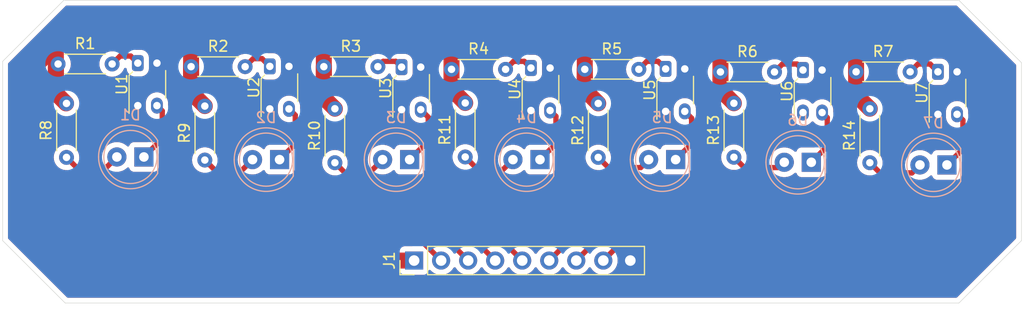
<source format=kicad_pcb>
(kicad_pcb (version 20240108) (generator "pcbnew") (generator_version "8.0")
  (layers (0 "F.Cu" signal) (31 "B.Cu" signal) (34 "B.Paste" user) (35 "F.Paste" user) (36 "B.SilkS" user "B.Silkscreen") (37 "F.SilkS" user "F.Silkscreen") (38 "B.Mask" user) (39 "F.Mask" user) (44 "Edge.Cuts" user))
  (net 0 "")
  (net 1 "Net-(D1-K)")
  (net 2 "A0")
  (net 3 "A1")
  (net 4 "Net-(D2-K)")
  (net 5 "Net-(D3-K)")
  (net 6 "A2")
  (net 7 "A3")
  (net 8 "Net-(D4-K)")
  (net 9 "A4")
  (net 10 "Net-(D5-K)")
  (net 11 "Net-(D6-K)")
  (net 12 "A5")
  (net 13 "A6")
  (net 14 "Net-(D7-K)")
  (net 15 "GND")
  (net 16 "VCC")
  (net 17 "Net-(U6-A)")
  (net 18 "Net-(U1-A)")
  (net 19 "Net-(U2-A)")
  (net 20 "Net-(U3-A)")
  (net 21 "Net-(U4-A)")
  (net 22 "Net-(U5-A)")
  (net 23 "Net-(U7-A)")
  (footprint "OptoDevice:OnSemi_CASE100AQ" (layer "F.Cu") (at 117.399999 61.876664)
    (property "Reference" "U4" (at -1.5 2 90) (layer "F.SilkS"))
    (property "Value" "QRE1113")
    (fp_line (start -0.82 1.15) (end -0.82 4.73) (stroke (width 0.12)) (layer "F.SilkS"))
    (fp_line (start -0.49 0.82) (end -0.82 1.15) (stroke (width 0.12)) (layer "F.SilkS"))
    (fp_line (start 2.62 3.3) (end 2.62 0.7) (stroke (width 0.12)) (layer "F.SilkS"))
    (pad "1" thru_hole roundrect (at 0 0) (size 1.1 1.5) (drill 0.7) (layers "*.Cu" "*.Mask") (net 21 "Net-(U4-A)"))
    (pad "2" thru_hole oval (at 0 4) (size 1.1 1.5) (drill 0.7) (layers "*.Cu" "*.Mask") (net 15 "GND"))
    (pad "3" thru_hole oval (at 1.8 4) (size 1.1 1.5) (drill 0.7) (layers "*.Cu" "*.Mask") (net 8 "Net-(D4-K)"))
    (pad "4" thru_hole oval (at 1.8 0) (size 1.1 1.5) (drill 0.7) (layers "*.Cu" "*.Mask") (net 15 "GND"))
  )
  (footprint "Resistor_THT:R_Axial_DIN0204_L3.6mm_D1.6mm_P5.08mm_Horizontal" (layer "F.Cu") (at 98.975 70.79 90)
    (property "Reference" "R10" (at 2.54 -1.92 -90) (layer "F.SilkS"))
    (property "Value" "R")
    (fp_line (start 0.62 -0.92) (end 4.46 -0.92) (stroke (width 0.12)) (layer "F.SilkS"))
    (fp_line (start 0.62 0.92) (end 4.46 0.92) (stroke (width 0.12)) (layer "F.SilkS"))
    (pad "1" thru_hole circle (at 0 0 90) (size 1.4 1.4) (drill 0.7) (layers "*.Cu" "*.Mask") (net 6 "A2"))
    (pad "2" thru_hole oval (at 5.079999 0 90) (size 1.4 1.4) (drill 0.7) (layers "*.Cu" "*.Mask") (net 16 "VCC"))
  )
  (footprint "Resistor_THT:R_Axial_DIN0204_L3.6mm_D1.6mm_P5.08mm_Horizontal" (layer "F.Cu") (at 111.225 70.25 90)
    (property "Reference" "R11" (at 2.54 -1.92 -90) (layer "F.SilkS"))
    (property "Value" "R")
    (fp_line (start 0.62 -0.92) (end 4.46 -0.92) (stroke (width 0.12)) (layer "F.SilkS"))
    (fp_line (start 0.62 0.92) (end 4.46 0.92) (stroke (width 0.12)) (layer "F.SilkS"))
    (pad "1" thru_hole circle (at 0 0 90) (size 1.4 1.4) (drill 0.7) (layers "*.Cu" "*.Mask") (net 7 "A3"))
    (pad "2" thru_hole oval (at 5.079999 0 90) (size 1.4 1.4) (drill 0.7) (layers "*.Cu" "*.Mask") (net 16 "VCC"))
  )
  (footprint "OptoDevice:OnSemi_CASE100AQ" (layer "F.Cu") (at 80.45 61.416666)
    (property "Reference" "U1" (at -1.5 2 90) (layer "F.SilkS"))
    (property "Value" "QRE1113")
    (fp_line (start -0.82 1.15) (end -0.82 4.73) (stroke (width 0.12)) (layer "F.SilkS"))
    (fp_line (start -0.49 0.82) (end -0.82 1.15) (stroke (width 0.12)) (layer "F.SilkS"))
    (fp_line (start 2.62 3.3) (end 2.62 0.7) (stroke (width 0.12)) (layer "F.SilkS"))
    (pad "1" thru_hole roundrect (at 0 0) (size 1.1 1.5) (drill 0.7) (layers "*.Cu" "*.Mask") (net 18 "Net-(U1-A)"))
    (pad "2" thru_hole oval (at 0 4) (size 1.1 1.5) (drill 0.7) (layers "*.Cu" "*.Mask") (net 15 "GND"))
    (pad "3" thru_hole oval (at 1.8 4) (size 1.1 1.5) (drill 0.7) (layers "*.Cu" "*.Mask") (net 1 "Net-(D1-K)"))
    (pad "4" thru_hole oval (at 1.8 0) (size 1.1 1.5) (drill 0.7) (layers "*.Cu" "*.Mask") (net 15 "GND"))
  )
  (footprint "Resistor_THT:R_Axial_DIN0204_L3.6mm_D1.6mm_P5.08mm_Horizontal" (layer "F.Cu") (at 109.935 62)
    (property "Reference" "R4" (at 2.54 -1.92 0) (layer "F.SilkS"))
    (property "Value" "R")
    (fp_line (start 0.62 -0.92) (end 4.46 -0.92) (stroke (width 0.12)) (layer "F.SilkS"))
    (fp_line (start 0.62 0.92) (end 4.46 0.92) (stroke (width 0.12)) (layer "F.SilkS"))
    (pad "1" thru_hole circle (at 0 0) (size 1.4 1.4) (drill 0.7) (layers "*.Cu" "*.Mask") (net 16 "VCC"))
    (pad "2" thru_hole oval (at 5.08 0) (size 1.4 1.4) (drill 0.7) (layers "*.Cu" "*.Mask") (net 21 "Net-(U4-A)"))
  )
  (footprint "Resistor_THT:R_Axial_DIN0204_L3.6mm_D1.6mm_P5.08mm_Horizontal" (layer "F.Cu") (at 85.46 61.75)
    (property "Reference" "R2" (at 2.54 -1.92 0) (layer "F.SilkS"))
    (property "Value" "R")
    (fp_line (start 0.62 -0.92) (end 4.46 -0.92) (stroke (width 0.12)) (layer "F.SilkS"))
    (fp_line (start 0.62 0.92) (end 4.46 0.92) (stroke (width 0.12)) (layer "F.SilkS"))
    (pad "1" thru_hole circle (at 0 0) (size 1.4 1.4) (drill 0.7) (layers "*.Cu" "*.Mask") (net 16 "VCC"))
    (pad "2" thru_hole oval (at 5.08 0) (size 1.4 1.4) (drill 0.7) (layers "*.Cu" "*.Mask") (net 19 "Net-(U2-A)"))
  )
  (footprint "Resistor_THT:R_Axial_DIN0204_L3.6mm_D1.6mm_P5.08mm_Horizontal" (layer "F.Cu") (at 136.475 70.275 90)
    (property "Reference" "R13" (at 2.54 -1.92 -90) (layer "F.SilkS"))
    (property "Value" "R")
    (fp_line (start 0.62 -0.92) (end 4.46 -0.92) (stroke (width 0.12)) (layer "F.SilkS"))
    (fp_line (start 0.62 0.92) (end 4.46 0.92) (stroke (width 0.12)) (layer "F.SilkS"))
    (pad "1" thru_hole circle (at 0 0 90) (size 1.4 1.4) (drill 0.7) (layers "*.Cu" "*.Mask") (net 12 "A5"))
    (pad "2" thru_hole oval (at 5.079999 0 90) (size 1.4 1.4) (drill 0.7) (layers "*.Cu" "*.Mask") (net 16 "VCC"))
  )
  (footprint "Resistor_THT:R_Axial_DIN0204_L3.6mm_D1.6mm_P5.08mm_Horizontal" (layer "F.Cu") (at 147.96 62.235)
    (property "Reference" "R7" (at 2.54 -1.92 0) (layer "F.SilkS"))
    (property "Value" "R")
    (fp_line (start 0.62 -0.92) (end 4.46 -0.92) (stroke (width 0.12)) (layer "F.SilkS"))
    (fp_line (start 0.62 0.92) (end 4.46 0.92) (stroke (width 0.12)) (layer "F.SilkS"))
    (pad "1" thru_hole circle (at 0 0) (size 1.4 1.4) (drill 0.7) (layers "*.Cu" "*.Mask") (net 16 "VCC"))
    (pad "2" thru_hole oval (at 5.08 0) (size 1.4 1.4) (drill 0.7) (layers "*.Cu" "*.Mask") (net 23 "Net-(U7-A)"))
  )
  (footprint "Resistor_THT:R_Axial_DIN0204_L3.6mm_D1.6mm_P5.08mm_Horizontal" (layer "F.Cu") (at 72.96 61.5)
    (property "Reference" "R1" (at 2.54 -1.92 0) (layer "F.SilkS"))
    (property "Value" "R")
    (fp_line (start 0.62 -0.92) (end 4.46 -0.92) (stroke (width 0.12)) (layer "F.SilkS"))
    (fp_line (start 0.62 0.92) (end 4.46 0.92) (stroke (width 0.12)) (layer "F.SilkS"))
    (pad "1" thru_hole circle (at 0 0) (size 1.4 1.4) (drill 0.7) (layers "*.Cu" "*.Mask") (net 16 "VCC"))
    (pad "2" thru_hole oval (at 5.08 0) (size 1.4 1.4) (drill 0.7) (layers "*.Cu" "*.Mask") (net 18 "Net-(U1-A)"))
  )
  (footprint "OptoDevice:OnSemi_CASE100AQ" (layer "F.Cu") (at 105.241666 61.793332)
    (property "Reference" "U3" (at -1.5 2 90) (layer "F.SilkS"))
    (property "Value" "QRE1113")
    (fp_line (start -0.82 1.15) (end -0.82 4.73) (stroke (width 0.12)) (layer "F.SilkS"))
    (fp_line (start -0.49 0.82) (end -0.82 1.15) (stroke (width 0.12)) (layer "F.SilkS"))
    (fp_line (start 2.62 3.3) (end 2.62 0.7) (stroke (width 0.12)) (layer "F.SilkS"))
    (pad "1" thru_hole roundrect (at 0 0) (size 1.1 1.5) (drill 0.7) (layers "*.Cu" "*.Mask") (net 20 "Net-(U3-A)"))
    (pad "2" thru_hole oval (at 0 4) (size 1.1 1.5) (drill 0.7) (layers "*.Cu" "*.Mask") (net 15 "GND"))
    (pad "3" thru_hole oval (at 1.8 4) (size 1.1 1.5) (drill 0.7) (layers "*.Cu" "*.Mask") (net 5 "Net-(D3-K)"))
    (pad "4" thru_hole oval (at 1.8 0) (size 1.1 1.5) (drill 0.7) (layers "*.Cu" "*.Mask") (net 15 "GND"))
  )
  (footprint "OptoDevice:OnSemi_CASE100AQ" (layer "F.Cu") (at 92.858333 61.725)
    (property "Reference" "U2" (at -1.5 2 90) (layer "F.SilkS"))
    (property "Value" "QRE1113")
    (fp_line (start -0.82 1.15) (end -0.82 4.73) (stroke (width 0.12)) (layer "F.SilkS"))
    (fp_line (start -0.49 0.82) (end -0.82 1.15) (stroke (width 0.12)) (layer "F.SilkS"))
    (fp_line (start 2.62 3.3) (end 2.62 0.7) (stroke (width 0.12)) (layer "F.SilkS"))
    (pad "1" thru_hole roundrect (at 0 0) (size 1.1 1.5) (drill 0.7) (layers "*.Cu" "*.Mask") (net 19 "Net-(U2-A)"))
    (pad "2" thru_hole oval (at 0 4) (size 1.1 1.5) (drill 0.7) (layers "*.Cu" "*.Mask") (net 15 "GND"))
    (pad "3" thru_hole oval (at 1.8 4) (size 1.1 1.5) (drill 0.7) (layers "*.Cu" "*.Mask") (net 4 "Net-(D2-K)"))
    (pad "4" thru_hole oval (at 1.8 0) (size 1.1 1.5) (drill 0.7) (layers "*.Cu" "*.Mask") (net 15 "GND"))
  )
  (footprint "Resistor_THT:R_Axial_DIN0204_L3.6mm_D1.6mm_P5.08mm_Horizontal" (layer "F.Cu") (at 122.46 62)
    (property "Reference" "R5" (at 2.54 -1.92 0) (layer "F.SilkS"))
    (property "Value" "R")
    (fp_line (start 0.62 -0.92) (end 4.46 -0.92) (stroke (width 0.12)) (layer "F.SilkS"))
    (fp_line (start 0.62 0.92) (end 4.46 0.92) (stroke (width 0.12)) (layer "F.SilkS"))
    (pad "1" thru_hole circle (at 0 0) (size 1.4 1.4) (drill 0.7) (layers "*.Cu" "*.Mask") (net 16 "VCC"))
    (pad "2" thru_hole oval (at 5.08 0) (size 1.4 1.4) (drill 0.7) (layers "*.Cu" "*.Mask") (net 22 "Net-(U5-A)"))
  )
  (footprint "Resistor_THT:R_Axial_DIN0204_L3.6mm_D1.6mm_P5.08mm_Horizontal" (layer "F.Cu") (at 123.725 70.29 90)
    (property "Reference" "R12" (at 2.54 -1.92 -90) (layer "F.SilkS"))
    (property "Value" "R")
    (fp_line (start 0.62 -0.92) (end 4.46 -0.92) (stroke (width 0.12)) (layer "F.SilkS"))
    (fp_line (start 0.62 0.92) (end 4.46 0.92) (stroke (width 0.12)) (layer "F.SilkS"))
    (pad "1" thru_hole circle (at 0 0 90) (size 1.4 1.4) (drill 0.7) (layers "*.Cu" "*.Mask") (net 9 "A4"))
    (pad "2" thru_hole oval (at 5.079999 0 90) (size 1.4 1.4) (drill 0.7) (layers "*.Cu" "*.Mask") (net 16 "VCC"))
  )
  (footprint "Resistor_THT:R_Axial_DIN0204_L3.6mm_D1.6mm_P5.08mm_Horizontal" (layer "F.Cu") (at 86.75 70.54 90)
    (property "Reference" "R9" (at 2.54 -1.92 -90) (layer "F.SilkS"))
    (property "Value" "R")
    (fp_line (start 0.62 -0.92) (end 4.46 -0.92) (stroke (width 0.12)) (layer "F.SilkS"))
    (fp_line (start 0.62 0.92) (end 4.46 0.92) (stroke (width 0.12)) (layer "F.SilkS"))
    (pad "1" thru_hole circle (at 0 0 90) (size 1.4 1.4) (drill 0.7) (layers "*.Cu" "*.Mask") (net 3 "A1"))
    (pad "2" thru_hole oval (at 5.079999 0 90) (size 1.4 1.4) (drill 0.7) (layers "*.Cu" "*.Mask") (net 16 "VCC"))
  )
  (footprint "Connector_PinHeader_2.54mm:PinHeader_1x09_P2.54mm_Vertical" (layer "F.Cu") (at 106.420001 80 90)
    (property "Reference" "J1" (at 0 -2.33 -90) (layer "F.SilkS"))
    (property "Value" "Conn_01x09_Pin")
    (fp_line (start -1.33 -1.33) (end 0 -1.33) (stroke (width 0.12)) (layer "F.SilkS"))
    (fp_line (start -1.33 0) (end -1.33 -1.33) (stroke (width 0.12)) (layer "F.SilkS"))
    (fp_line (start 1.33 1.270001) (end 1.33 21.65) (stroke (width 0.12)) (layer "F.SilkS"))
    (fp_line (start -1.33 1.270001) (end 1.33 1.270001) (stroke (width 0.12)) (layer "F.SilkS"))
    (fp_line (start -1.33 1.270001) (end -1.33 21.65) (stroke (width 0.12)) (layer "F.SilkS"))
    (fp_line (start -1.33 21.65) (end 1.33 21.65) (stroke (width 0.12)) (layer "F.SilkS"))
    (pad "1" thru_hole rect (at 0 0 90) (size 1.7 1.7) (drill 1) (layers "*.Cu" "*.Mask") (net 16 "VCC"))
    (pad "2" thru_hole oval (at 0 2.54 90) (size 1.7 1.7) (drill 1) (layers "*.Cu" "*.Mask") (net 2 "A0"))
    (pad "3" thru_hole oval (at 0 5.079999 90) (size 1.7 1.7) (drill 1) (layers "*.Cu" "*.Mask") (net 3 "A1"))
    (pad "4" thru_hole oval (at 0 7.62 90) (size 1.7 1.7) (drill 1) (layers "*.Cu" "*.Mask") (net 6 "A2"))
    (pad "5" thru_hole oval (at 0 10.16 90) (size 1.7 1.7) (drill 1) (layers "*.Cu" "*.Mask") (net 7 "A3"))
    (pad "6" thru_hole oval (at 0 12.7 90) (size 1.7 1.7) (drill 1) (layers "*.Cu" "*.Mask") (net 9 "A4"))
    (pad "7" thru_hole oval (at 0 15.24 90) (size 1.7 1.7) (drill 1) (layers "*.Cu" "*.Mask") (net 12 "A5"))
    (pad "8" thru_hole oval (at 0 17.780001 90) (size 1.7 1.7) (drill 1) (layers "*.Cu" "*.Mask") (net 13 "A6"))
    (pad "9" thru_hole oval (at 0 20.32 90) (size 1.7 1.7) (drill 1) (layers "*.Cu" "*.Mask") (net 15 "GND"))
  )
  (footprint "Resistor_THT:R_Axial_DIN0204_L3.6mm_D1.6mm_P5.08mm_Horizontal" (layer "F.Cu") (at 73.75 70.29 90)
    (property "Reference" "R8" (at 2.54 -1.92 -90) (layer "F.SilkS"))
    (property "Value" "R")
    (fp_line (start 0.62 -0.92) (end 4.46 -0.92) (stroke (width 0.12)) (layer "F.SilkS"))
    (fp_line (start 0.62 0.92) (end 4.46 0.92) (stroke (width 0.12)) (layer "F.SilkS"))
    (pad "1" thru_hole circle (at 0 0 90) (size 1.4 1.4) (drill 0.7) (layers "*.Cu" "*.Mask") (net 2 "A0"))
    (pad "2" thru_hole oval (at 5.079999 0 90) (size 1.4 1.4) (drill 0.7) (layers "*.Cu" "*.Mask") (net 16 "VCC"))
  )
  (footprint "Resistor_THT:R_Axial_DIN0204_L3.6mm_D1.6mm_P5.08mm_Horizontal" (layer "F.Cu") (at 135.21 62.25)
    (property "Reference" "R6" (at 2.54 -1.92 0) (layer "F.SilkS"))
    (property "Value" "R")
    (fp_line (start 0.62 -0.92) (end 4.46 -0.92) (stroke (width 0.12)) (layer "F.SilkS"))
    (fp_line (start 0.62 0.92) (end 4.46 0.92) (stroke (width 0.12)) (layer "F.SilkS"))
    (pad "1" thru_hole circle (at 0 0) (size 1.4 1.4) (drill 0.7) (layers "*.Cu" "*.Mask") (net 16 "VCC"))
    (pad "2" thru_hole oval (at 5.08 0) (size 1.4 1.4) (drill 0.7) (layers "*.Cu" "*.Mask") (net 17 "Net-(U6-A)"))
  )
  (footprint "OptoDevice:OnSemi_CASE100AQ" (layer "F.Cu") (at 142.966665 62.06833)
    (property "Reference" "U6" (at -1.5 2 90) (layer "F.SilkS"))
    (property "Value" "QRE1113")
    (fp_line (start -0.82 1.15) (end -0.82 4.73) (stroke (width 0.12)) (layer "F.SilkS"))
    (fp_line (start -0.49 0.82) (end -0.82 1.15) (stroke (width 0.12)) (layer "F.SilkS"))
    (fp_line (start 2.62 3.3) (end 2.62 0.7) (stroke (width 0.12)) (layer "F.SilkS"))
    (pad "1" thru_hole roundrect (at 0 0) (size 1.1 1.5) (drill 0.7) (layers "*.Cu" "*.Mask") (net 17 "Net-(U6-A)"))
    (pad "2" thru_hole oval (at 0 4) (size 1.1 1.5) (drill 0.7) (layers "*.Cu" "*.Mask"))
    (pad "3" thru_hole oval (at 1.8 4) (size 1.1 1.5) (drill 0.7) (layers "*.Cu" "*.Mask") (net 11 "Net-(D6-K)"))
    (pad "4" thru_hole oval (at 1.8 0) (size 1.1 1.5) (drill 0.7) (layers "*.Cu" "*.Mask") (net 15 "GND"))
  )
  (footprint "OptoDevice:OnSemi_CASE100AQ" (layer "F.Cu") (at 130.058332 61.959998)
    (property "Reference" "U5" (at -1.5 2 90) (layer "F.SilkS"))
    (property "Value" "QRE1113")
    (fp_line (start -0.82 1.15) (end -0.82 4.73) (stroke (width 0.12)) (layer "F.SilkS"))
    (fp_line (start -0.49 0.82) (end -0.82 1.15) (stroke (width 0.12)) (layer "F.SilkS"))
    (fp_line (start 2.62 3.3) (end 2.62 0.7) (stroke (width 0.12)) (layer "F.SilkS"))
    (pad "1" thru_hole roundrect (at 0 0) (size 1.1 1.5) (drill 0.7) (layers "*.Cu" "*.Mask") (net 22 "Net-(U5-A)"))
    (pad "2" thru_hole oval (at 0 4) (size 1.1 1.5) (drill 0.7) (layers "*.Cu" "*.Mask") (net 15 "GND"))
    (pad "3" thru_hole oval (at 1.8 4) (size 1.1 1.5) (drill 0.7) (layers "*.Cu" "*.Mask") (net 10 "Net-(D5-K)"))
    (pad "4" thru_hole oval (at 1.8 0) (size 1.1 1.5) (drill 0.7) (layers "*.Cu" "*.Mask") (net 15 "GND"))
  )
  (footprint "Resistor_THT:R_Axial_DIN0204_L3.6mm_D1.6mm_P5.08mm_Horizontal" (layer "F.Cu") (at 97.935 61.75)
    (property "Reference" "R3" (at 2.54 -1.92 0) (layer "F.SilkS"))
    (property "Value" "R")
    (fp_line (start 0.62 -0.92) (end 4.46 -0.92) (stroke (width 0.12)) (layer "F.SilkS"))
    (fp_line (start 0.62 0.92) (end 4.46 0.92) (stroke (width 0.12)) (layer "F.SilkS"))
    (pad "1" thru_hole circle (at 0 0) (size 1.4 1.4) (drill 0.7) (layers "*.Cu" "*.Mask") (net 16 "VCC"))
    (pad "2" thru_hole oval (at 5.08 0) (size 1.4 1.4) (drill 0.7) (layers "*.Cu" "*.Mask") (net 20 "Net-(U3-A)"))
  )
  (footprint "OptoDevice:OnSemi_CASE100AQ" (layer "F.Cu") (at 155.65 62.234996)
    (property "Reference" "U7" (at -1.5 2 90) (layer "F.SilkS"))
    (property "Value" "QRE1113")
    (fp_line (start -0.82 1.15) (end -0.82 4.73) (stroke (width 0.12)) (layer "F.SilkS"))
    (fp_line (start -0.49 0.82) (end -0.82 1.15) (stroke (width 0.12)) (layer "F.SilkS"))
    (fp_line (start 2.62 3.3) (end 2.62 0.7) (stroke (width 0.12)) (layer "F.SilkS"))
    (pad "1" thru_hole roundrect (at 0 0) (size 1.1 1.5) (drill 0.7) (layers "*.Cu" "*.Mask") (net 23 "Net-(U7-A)"))
    (pad "2" thru_hole oval (at 0 4) (size 1.1 1.5) (drill 0.7) (layers "*.Cu" "*.Mask") (net 15 "GND"))
    (pad "3" thru_hole oval (at 1.8 4) (size 1.1 1.5) (drill 0.7) (layers "*.Cu" "*.Mask") (net 14 "Net-(D7-K)"))
    (pad "4" thru_hole oval (at 1.8 0) (size 1.1 1.5) (drill 0.7) (layers "*.Cu" "*.Mask") (net 15 "GND"))
  )
  (footprint "Resistor_THT:R_Axial_DIN0204_L3.6mm_D1.6mm_P5.08mm_Horizontal" (layer "F.Cu") (at 149.25 70.79 90)
    (property "Reference" "R14" (at 2.54 -1.92 -90) (layer "F.SilkS"))
    (property "Value" "R")
    (fp_line (start 0.62 -0.92) (end 4.46 -0.92) (stroke (width 0.12)) (layer "F.SilkS"))
    (fp_line (start 0.62 0.92) (end 4.46 0.92) (stroke (width 0.12)) (layer "F.SilkS"))
    (pad "1" thru_hole circle (at 0 0 90) (size 1.4 1.4) (drill 0.7) (layers "*.Cu" "*.Mask") (net 13 "A6"))
    (pad "2" thru_hole oval (at 5.079999 0 90) (size 1.4 1.4) (drill 0.7) (layers "*.Cu" "*.Mask") (net 16 "VCC"))
  )
  (footprint "LED_THT:LED_D5.0mm" (layer "B.Cu") (at 81.025 70.25 180)
    (property "Reference" "D1" (at 1.27 3.96 180) (layer "B.SilkS") (effects (justify mirror)))
    (property "Value" "LED")
    (fp_line (start -1.29 -1.545) (end -1.29 1.545) (stroke (width 0.12)) (layer "B.SilkS"))
    (fp_arc (start 4.26 -0.000462) (mid 2.072002 2.880432) (end -1.29 1.54483) (stroke (width 0.12)) (layer "B.SilkS"))
    (fp_arc (start -1.29 -1.54483) (mid 2.072003 -2.880434) (end 4.26 0.000462) (stroke (width 0.12)) (layer "B.SilkS"))
    (fp_circle (center 1.270001 0) (end 3.770001 0) (stroke (width 0.12)) (fill none) (layer "B.SilkS"))
    (pad "1" thru_hole rect (at 0 0 180) (size 1.8 1.8) (drill 0.9) (layers "*.Cu" "*.Mask") (net 1 "Net-(D1-K)"))
    (pad "2" thru_hole circle (at 2.54 0 180) (size 1.8 1.8) (drill 0.9) (layers "*.Cu" "*.Mask") (net 2 "A0"))
  )
  (footprint "LED_THT:LED_D5.0mm" (layer "B.Cu") (at 106 70.5 180)
    (property "Reference" "D3" (at 1.27 3.96 180) (layer "B.SilkS") (effects (justify mirror)))
    (property "Value" "LED")
    (fp_line (start -1.29 -1.545) (end -1.29 1.545) (stroke (width 0.12)) (layer "B.SilkS"))
    (fp_arc (start 4.26 -0.000462) (mid 2.072002 2.880432) (end -1.29 1.54483) (stroke (width 0.12)) (layer "B.SilkS"))
    (fp_arc (start -1.29 -1.54483) (mid 2.072003 -2.880434) (end 4.26 0.000462) (stroke (width 0.12)) (layer "B.SilkS"))
    (fp_circle (center 1.270001 0) (end 3.770001 0) (stroke (width 0.12)) (fill none) (layer "B.SilkS"))
    (pad "1" thru_hole rect (at 0 0 180) (size 1.8 1.8) (drill 0.9) (layers "*.Cu" "*.Mask") (net 5 "Net-(D3-K)"))
    (pad "2" thru_hole circle (at 2.54 0 180) (size 1.8 1.8) (drill 0.9) (layers "*.Cu" "*.Mask") (net 6 "A2"))
  )
  (footprint "LED_THT:LED_D5.0mm" (layer "B.Cu") (at 156.5 71 180)
    (property "Reference" "D7" (at 1.27 3.96 180) (layer "B.SilkS") (effects (justify mirror)))
    (property "Value" "LED")
    (fp_line (start -1.29 -1.545) (end -1.29 1.545) (stroke (width 0.12)) (layer "B.SilkS"))
    (fp_arc (start 4.26 -0.000462) (mid 2.072002 2.880432) (end -1.29 1.54483) (stroke (width 0.12)) (layer "B.SilkS"))
    (fp_arc (start -1.29 -1.54483) (mid 2.072003 -2.880434) (end 4.26 0.000462) (stroke (width 0.12)) (layer "B.SilkS"))
    (fp_circle (center 1.270001 0) (end 3.770001 0) (stroke (width 0.12)) (fill none) (layer "B.SilkS"))
    (pad "1" thru_hole rect (at 0 0 180) (size 1.8 1.8) (drill 0.9) (layers "*.Cu" "*.Mask") (net 14 "Net-(D7-K)"))
    (pad "2" thru_hole circle (at 2.54 0 180) (size 1.8 1.8) (drill 0.9) (layers "*.Cu" "*.Mask") (net 13 "A6"))
  )
  (footprint "LED_THT:LED_D5.0mm" (layer "B.Cu") (at 93.775 70.5 180)
    (property "Reference" "D2" (at 1.27 3.96 180) (layer "B.SilkS") (effects (justify mirror)))
    (property "Value" "LED")
    (fp_line (start -1.29 -1.545) (end -1.29 1.545) (stroke (width 0.12)) (layer "B.SilkS"))
    (fp_arc (start 4.26 -0.000462) (mid 2.072002 2.880432) (end -1.29 1.54483) (stroke (width 0.12)) (layer "B.SilkS"))
    (fp_arc (start -1.29 -1.54483) (mid 2.072003 -2.880434) (end 4.26 0.000462) (stroke (width 0.12)) (layer "B.SilkS"))
    (fp_circle (center 1.270001 0) (end 3.770001 0) (stroke (width 0.12)) (fill none) (layer "B.SilkS"))
    (pad "1" thru_hole rect (at 0 0 180) (size 1.8 1.8) (drill 0.9) (layers "*.Cu" "*.Mask") (net 4 "Net-(D2-K)"))
    (pad "2" thru_hole circle (at 2.54 0 180) (size 1.8 1.8) (drill 0.9) (layers "*.Cu" "*.Mask") (net 3 "A1"))
  )
  (footprint "LED_THT:LED_D5.0mm" (layer "B.Cu") (at 118.25 70.5 180)
    (property "Reference" "D4" (at 1.27 3.96 180) (layer "B.SilkS") (effects (justify mirror)))
    (property "Value" "LED")
    (fp_line (start -1.29 -1.545) (end -1.29 1.545) (stroke (width 0.12)) (layer "B.SilkS"))
    (fp_arc (start 4.26 -0.000462) (mid 2.072002 2.880432) (end -1.29 1.54483) (stroke (width 0.12)) (layer "B.SilkS"))
    (fp_arc (start -1.29 -1.54483) (mid 2.072003 -2.880434) (end 4.26 0.000462) (stroke (width 0.12)) (layer "B.SilkS"))
    (fp_circle (center 1.270001 0) (end 3.770001 0) (stroke (width 0.12)) (fill none) (layer "B.SilkS"))
    (pad "1" thru_hole rect (at 0 0 180) (size 1.8 1.8) (drill 0.9) (layers "*.Cu" "*.Mask") (net 8 "Net-(D4-K)"))
    (pad "2" thru_hole circle (at 2.54 0 180) (size 1.8 1.8) (drill 0.9) (layers "*.Cu" "*.Mask") (net 7 "A3"))
  )
  (footprint "LED_THT:LED_D5.0mm" (layer "B.Cu") (at 131 70.5 180)
    (property "Reference" "D5" (at 1.27 3.96 180) (layer "B.SilkS") (effects (justify mirror)))
    (property "Value" "LED")
    (fp_line (start -1.29 -1.545) (end -1.29 1.545) (stroke (width 0.12)) (layer "B.SilkS"))
    (fp_arc (start 4.26 -0.000462) (mid 2.072002 2.880432) (end -1.29 1.54483) (stroke (width 0.12)) (layer "B.SilkS"))
    (fp_arc (start -1.29 -1.54483) (mid 2.072003 -2.880434) (end 4.26 0.000462) (stroke (width 0.12)) (layer "B.SilkS"))
    (fp_circle (center 1.270001 0) (end 3.770001 0) (stroke (width 0.12)) (fill none) (layer "B.SilkS"))
    (pad "1" thru_hole rect (at 0 0 180) (size 1.8 1.8) (drill 0.9) (layers "*.Cu" "*.Mask") (net 10 "Net-(D5-K)"))
    (pad "2" thru_hole circle (at 2.54 0 180) (size 1.8 1.8) (drill 0.9) (layers "*.Cu" "*.Mask") (net 9 "A4"))
  )
  (footprint "LED_THT:LED_D5.0mm" (layer "B.Cu") (at 143.75 70.75 180)
    (property "Reference" "D6" (at 1.27 3.96 180) (layer "B.SilkS") (effects (justify mirror)))
    (property "Value" "LED")
    (fp_line (start -1.29 -1.545) (end -1.29 1.545) (stroke (width 0.12)) (layer "B.SilkS"))
    (fp_arc (start 4.26 -0.000462) (mid 2.072002 2.880432) (end -1.29 1.54483) (stroke (width 0.12)) (layer "B.SilkS"))
    (fp_arc (start -1.29 -1.54483) (mid 2.072003 -2.880434) (end 4.26 0.000462) (stroke (width 0.12)) (layer "B.SilkS"))
    (fp_circle (center 1.270001 0) (end 3.770001 0) (stroke (width 0.12)) (fill none) (layer "B.SilkS"))
    (pad "1" thru_hole rect (at 0 0 180) (size 1.8 1.8) (drill 0.9) (layers "*.Cu" "*.Mask") (net 11 "Net-(D6-K)"))
    (pad "2" thru_hole circle (at 2.54 0 180) (size 1.8 1.8) (drill 0.9) (layers "*.Cu" "*.Mask") (net 12 "A5"))
  )
  (gr_line (start 73.5 55.5) (end 157.625 55.5) (stroke (width 0.05)) (layer "Edge.Cuts"))
  (gr_line (start 67.75 61.25) (end 73.5 55.5) (stroke (width 0.05)) (layer "Edge.Cuts"))
  (gr_line (start 73.625 84) (end 157.625 84) (stroke (width 0.05)) (layer "Edge.Cuts"))
  (gr_line (start 163.5 61.375) (end 163.5 78.125) (stroke (width 0.05)) (layer "Edge.Cuts"))
  (gr_line (start 67.75 78.125) (end 67.75 61.25) (stroke (width 0.05)) (layer "Edge.Cuts"))
  (gr_line (start 157.625 55.5) (end 163.5 61.375) (stroke (width 0.05)) (layer "Edge.Cuts"))
  (gr_line (start 157.625 84) (end 163.5 78.125) (stroke (width 0.05)) (layer "Edge.Cuts"))
  (gr_line (start 67.75 78.125) (end 73.625 84) (stroke (width 0.05)) (layer "Edge.Cuts"))
  (segment (start 82.75 65.916666) (end 82.75 68.525) (width 0.5) (layer "F.Cu") (net 1))
  (segment (start 82.75 68.525) (end 81.025 70.25) (width 0.5) (layer "F.Cu") (net 1))
  (segment (start 82.25 65.416666) (end 82.75 65.916666) (width 0.5) (layer "F.Cu") (net 1))
  (segment (start 74.71 71.25) (end 76.5 71.25) (width 0.5) (layer "F.Cu") (net 2))
  (segment (start 76.5 71.25) (end 77.485 71.25) (width 0.5) (layer "F.Cu") (net 2))
  (segment (start 82.5 77.25) (end 76.5 71.25) (width 0.5) (layer "F.Cu") (net 2))
  (segment (start 77.485 71.25) (end 78.485 70.25) (width 0.5) (layer "F.Cu") (net 2))
  (segment (start 73.75 70.29) (end 74.71 71.25) (width 0.5) (layer "F.Cu") (net 2))
  (segment (start 108.960001 80) (end 106.210001 77.25) (width 0.5) (layer "F.Cu") (net 2))
  (segment (start 106.210001 77.25) (end 82.5 77.25) (width 0.5) (layer "F.Cu") (net 2))
  (segment (start 111.5 80) (end 107 75.5) (width 0.5) (layer "F.Cu") (net 3))
  (segment (start 86.75 70.54) (end 87.96 71.75) (width 0.5) (layer "F.Cu") (net 3))
  (segment (start 89 71.75) (end 89.985 71.75) (width 0.5) (layer "F.Cu") (net 3))
  (segment (start 107 75.5) (end 91 75.5) (width 0.5) (layer "F.Cu") (net 3))
  (segment (start 91 73.75) (end 89 71.75) (width 0.5) (layer "F.Cu") (net 3))
  (segment (start 87.96 71.75) (end 89 71.75) (width 0.5) (layer "F.Cu") (net 3))
  (segment (start 89.985 71.75) (end 91.235 70.5) (width 0.5) (layer "F.Cu") (net 3))
  (segment (start 91 75.5) (end 91 73.75) (width 0.5) (layer "F.Cu") (net 3))
  (segment (start 95.25 69.025) (end 93.775 70.5) (width 0.5) (layer "F.Cu") (net 4))
  (segment (start 95.25 66.316667) (end 95.25 69.025) (width 0.5) (layer "F.Cu") (net 4))
  (segment (start 94.658333 65.725) (end 95.25 66.316667) (width 0.5) (layer "F.Cu") (net 4))
  (segment (start 107.75 66.501666) (end 107.75 68.75) (width 0.5) (layer "F.Cu") (net 5))
  (segment (start 107.041666 65.793332) (end 107.75 66.501666) (width 0.5) (layer "F.Cu") (net 5))
  (segment (start 107.75 68.75) (end 106 70.5) (width 0.5) (layer "F.Cu") (net 5))
  (segment (start 99.935 71.75) (end 101.25 71.75) (width 0.5) (layer "F.Cu") (net 6))
  (segment (start 102.5 73.75) (end 101.25 72.5) (width 0.5) (layer "F.Cu") (net 6))
  (segment (start 101.25 71.75) (end 102.21 71.75) (width 0.5) (layer "F.Cu") (net 6))
  (segment (start 107.790001 73.75) (end 102.5 73.75) (width 0.5) (layer "F.Cu") (net 6))
  (segment (start 102.21 71.75) (end 103.46 70.5) (width 0.5) (layer "F.Cu") (net 6))
  (segment (start 98.975 70.79) (end 99.935 71.75) (width 0.5) (layer "F.Cu") (net 6))
  (segment (start 101.25 72.5) (end 101.25 71.75) (width 0.5) (layer "F.Cu") (net 6))
  (segment (start 114.040001 80) (end 107.790001 73.75) (width 0.5) (layer "F.Cu") (net 6))
  (segment (start 113.5 76.919999) (end 113.5 71.5) (width 0.5) (layer "F.Cu") (net 7))
  (segment (start 115.71 70.5) (end 114.71 71.5) (width 0.5) (layer "F.Cu") (net 7))
  (segment (start 114.71 71.5) (end 113.5 71.5) (width 0.5) (layer "F.Cu") (net 7))
  (segment (start 116.580001 80) (end 113.5 76.919999) (width 0.5) (layer "F.Cu") (net 7))
  (segment (start 112.475 71.5) (end 111.225 70.25) (width 0.5) (layer "F.Cu") (net 7))
  (segment (start 113.5 71.5) (end 112.475 71.5) (width 0.5) (layer "F.Cu") (net 7))
  (segment (start 119.75 66.426665) (end 119.75 69) (width 0.5) (layer "F.Cu") (net 8))
  (segment (start 119.75 69) (end 118.25 70.5) (width 0.5) (layer "F.Cu") (net 8))
  (segment (start 119.199999 65.876664) (end 119.75 66.426665) (width 0.5) (layer "F.Cu") (net 8))
  (segment (start 119.120001 80) (end 125.620001 73.5) (width 0.5) (layer "F.Cu") (net 9))
  (segment (start 126.25 73.5) (end 126.75 73) (width 0.5) (layer "F.Cu") (net 9))
  (segment (start 124.685 71.25) (end 123.725 70.29) (width 0.5) (layer "F.Cu") (net 9))
  (segment (start 127.71 71.25) (end 126.75 71.25) (width 0.5) (layer "F.Cu") (net 9))
  (segment (start 125.620001 73.5) (end 126.25 73.5) (width 0.5) (layer "F.Cu") (net 9))
  (segment (start 126.75 73) (end 126.75 71.25) (width 0.5) (layer "F.Cu") (net 9))
  (segment (start 128.46 70.5) (end 127.71 71.25) (width 0.5) (layer "F.Cu") (net 9))
  (segment (start 126.75 71.25) (end 124.685 71.25) (width 0.5) (layer "F.Cu") (net 9))
  (segment (start 131.858332 65.959998) (end 132.5 66.601666) (width 0.5) (layer "F.Cu") (net 10))
  (segment (start 132.5 66.601666) (end 132.5 69) (width 0.5) (layer "F.Cu") (net 10))
  (segment (start 132.5 69) (end 131 70.5) (width 0.5) (layer "F.Cu") (net 10))
  (segment (start 145.25 66.551665) (end 145.25 69.25) (width 0.5) (layer "F.Cu") (net 11))
  (segment (start 145.25 69.25) (end 143.75 70.75) (width 0.5) (layer "F.Cu") (net 11))
  (segment (start 144.766665 66.06833) (end 145.25 66.551665) (width 0.5) (layer "F.Cu") (net 11))
  (segment (start 139.25 73.25) (end 139.25 71.25) (width 0.5) (layer "F.Cu") (net 12))
  (segment (start 138 74.5) (end 139.25 73.25) (width 0.5) (layer "F.Cu") (net 12))
  (segment (start 121.660001 80) (end 127.160001 74.5) (width 0.5) (layer "F.Cu") (net 12))
  (segment (start 141.21 70.75) (end 140.71 71.25) (width 0.5) (layer "F.Cu") (net 12))
  (segment (start 127.160001 74.5) (end 138 74.5) (width 0.5) (layer "F.Cu") (net 12))
  (segment (start 139.25 71.25) (end 137.45 71.25) (width 0.5) (layer "F.Cu") (net 12))
  (segment (start 140.71 71.25) (end 139.25 71.25) (width 0.5) (layer "F.Cu") (net 12))
  (segment (start 137.45 71.25) (end 136.475 70.275) (width 0.5) (layer "F.Cu") (net 12))
  (segment (start 150 75.75) (end 152 73.75) (width 0.5) (layer "F.Cu") (net 13))
  (segment (start 128.450002 75.75) (end 150 75.75) (width 0.5) (layer "F.Cu") (net 13))
  (segment (start 152 71.75) (end 150.21 71.75) (width 0.5) (layer "F.Cu") (net 13))
  (segment (start 124.200002 80) (end 128.450002 75.75) (width 0.5) (layer "F.Cu") (net 13))
  (segment (start 152 73.75) (end 152 71.75) (width 0.5) (layer "F.Cu") (net 13))
  (segment (start 150.21 71.75) (end 149.25 70.79) (width 0.5) (layer "F.Cu") (net 13))
  (segment (start 153.96 71) (end 153.21 71.75) (width 0.5) (layer "F.Cu") (net 13))
  (segment (start 153.21 71.75) (end 152 71.75) (width 0.5) (layer "F.Cu") (net 13))
  (segment (start 158 69.5) (end 156.5 71) (width 0.5) (layer "F.Cu") (net 14))
  (segment (start 157.45 66.234996) (end 158 66.784996) (width 0.5) (layer "F.Cu") (net 14))
  (segment (start 158 66.784996) (end 158 69.5) (width 0.5) (layer "F.Cu") (net 14))
  (segment (start 122.46 63.945001) (end 123.725 65.210001) (width 1.5) (layer "F.Cu") (net 16))
  (segment (start 97.935 58.815) (end 98.75 58) (width 1.5) (layer "F.Cu") (net 16))
  (segment (start 122.46 62.75) (end 122.46 58.54) (width 1.5) (layer "F.Cu") (net 16))
  (segment (start 122.46 58.54) (end 123 58) (width 1.5) (layer "F.Cu") (net 16))
  (segment (start 85.46 58.54) (end 86 58) (width 1.5) (layer "F.Cu") (net 16))
  (segment (start 78.25 80) (end 106.420001 80) (width 1.5) (layer "F.Cu") (net 16))
  (segment (start 97.935 64.670001) (end 98.975 65.710001) (width 1.5) (layer "F.Cu") (net 16))
  (segment (start 97.935 62.75) (end 97.935 64.670001) (width 1.5) (layer "F.Cu") (net 16))
  (segment (start 135.75 58) (end 145.25 58) (width 1.5) (layer "F.Cu") (net 16))
  (segment (start 72.75 64.25) (end 73.710001 65.210001) (width 1.5) (layer "F.Cu") (net 16))
  (segment (start 147.96 60.71) (end 147.96 62.235) (width 1.5) (layer "F.Cu") (net 16))
  (segment (start 135.21 58.54) (end 135.75 58) (width 1.5) (layer "F.Cu") (net 16))
  (segment (start 98.75 58) (end 110.5 58) (width 1.5) (layer "F.Cu") (net 16))
  (segment (start 86 58) (end 98.75 58) (width 1.5) (layer "F.Cu") (net 16))
  (segment (start 72.75 61.71) (end 72.75 62.75) (width 1.5) (layer "F.Cu") (net 16))
  (segment (start 97.935 62.75) (end 97.935 58.815) (width 1.5) (layer "F.Cu") (net 16))
  (segment (start 135.21 63) (end 135.21 58.54) (width 1.5) (layer "F.Cu") (net 16))
  (segment (start 85.46 64.170001) (end 86.75 65.460001) (width 1.5) (layer "F.Cu") (net 16))
  (segment (start 147.96 62.235) (end 147.96 64.420001) (width 1.5) (layer "F.Cu") (net 16))
  (segment (start 85.46 62.75) (end 85.46 64.170001) (width 1.5) (layer "F.Cu") (net 16))
  (segment (start 109.935 58.565) (end 110.5 58) (width 1.5) (layer "F.Cu") (net 16))
  (segment (start 135.21 62.25) (end 135.21 63) (width 1.5) (layer "F.Cu") (net 16))
  (segment (start 123 58) (end 135.75 58) (width 1.5) (layer "F.Cu") (net 16))
  (segment (start 85.46 61.75) (end 85.46 62.75) (width 1.5) (layer "F.Cu") (net 16))
  (segment (start 97.935 61.75) (end 97.935 62.75) (width 1.5) (layer "F.Cu") (net 16))
  (segment (start 109.935 63) (end 109.935 58.565) (width 1.5) (layer "F.Cu") (net 16))
  (segment (start 145.25 58) (end 147.96 60.71) (width 1.5) (layer "F.Cu") (net 16))
  (segment (start 72.75 62.75) (end 72.75 64.25) (width 1.5) (layer "F.Cu") (net 16))
  (segment (start 70.75 61.75) (end 70.75 72.5) (width 1.5) (layer "F.Cu") (net 16))
  (segment (start 109.935 63) (end 109.935 63.880001) (width 1.5) (layer "F.Cu") (net 16))
  (segment (start 72.75 59.75) (end 74.5 58) (width 1.5) (layer "F.Cu") (net 16))
  (segment (start 85.46 62.75) (end 85.46 58.54) (width 1.5) (layer "F.Cu") (net 16))
  (segment (start 70.75 72.5) (end 78.25 80) (width 1.5) (layer "F.Cu") (net 16))
  (segment (start 135.21 63.930001) (end 136.475 65.195001) (width 1.5) (layer "F.Cu") (net 16))
  (segment (start 72.75 62.75) (end 72.75 59.75) (width 1.5) (layer "F.Cu") (net 16))
  (segment (start 122.46 62.75) (end 122.46 63.945001) (width 1.5) (layer "F.Cu") (net 16))
  (segment (start 74.5 58) (end 86 58) (width 1.5) (layer "F.Cu") (net 16))
  (segment (start 72.96 61.5) (end 72.75 61.71) (width 0.5) (layer "F.Cu") (net 16))
  (segment (start 147.96 64.420001) (end 149.25 65.710001) (width 1.5) (layer "F.Cu") (net 16))
  (segment (start 135.21 63) (end 135.21 63.930001) (width 1.5) (layer "F.Cu") (net 16))
  (segment (start 109.935 63.880001) (end 111.225 65.170001) (width 1.5) (layer "F.Cu") (net 16))
  (segment (start 110.5 58) (end 123 58) (width 1.5) (layer "F.Cu") (net 16))
  (segment (start 122.46 62) (end 122.46 62.75) (width 1.5) (layer "F.Cu") (net 16))
  (segment (start 72.75 59.75) (end 70.75 61.75) (width 1.5) (layer "F.Cu") (net 16))
  (segment (start 73.710001 65.210001) (end 73.75 65.210001) (width 0.5) (layer "F.Cu") (net 16))
  (segment (start 109.935 62) (end 109.935 63) (width 1.5) (layer "F.Cu") (net 16))
  (segment (start 141.04 61.5) (end 142.398335 61.5) (width 0.5) (layer "F.Cu") (net 17))
  (segment (start 142.398335 61.5) (end 142.966665 62.06833) (width 0.5) (layer "F.Cu") (net 17))
  (segment (start 140.29 62.25) (end 141.04 61.5) (width 0.5) (layer "F.Cu") (net 17))
  (segment (start 79.783334 60.75) (end 80.45 61.416666) (width 0.5) (layer "F.Cu") (net 18))
  (segment (start 78.04 61.5) (end 78.79 60.75) (width 0.5) (layer "F.Cu") (net 18))
  (segment (start 78.79 60.75) (end 79.783334 60.75) (width 0.5) (layer "F.Cu") (net 18))
  (segment (start 90.54 61.75) (end 91.29 61) (width 0.5) (layer "F.Cu") (net 19))
  (segment (start 91.29 61) (end 92.133333 61) (width 0.5) (layer "F.Cu") (net 19))
  (segment (start 92.133333 61) (end 92.858333 61.725) (width 0.5) (layer "F.Cu") (net 19))
  (segment (start 103.015 61.75) (end 103.515 61.25) (width 0.5) (layer "F.Cu") (net 20))
  (segment (start 103.515 61.25) (end 104.698334 61.25) (width 0.5) (layer "F.Cu") (net 20))
  (segment (start 104.698334 61.25) (end 105.241666 61.793332) (width 0.5) (layer "F.Cu") (net 20))
  (segment (start 115.015 62) (end 115.765 61.25) (width 0.5) (layer "F.Cu") (net 21))
  (segment (start 116.773335 61.25) (end 117.399999 61.876664) (width 0.5) (layer "F.Cu") (net 21))
  (segment (start 115.765 61.25) (end 116.773335 61.25) (width 0.5) (layer "F.Cu") (net 21))
  (segment (start 128.29 61.25) (end 129.348334 61.25) (width 0.5) (layer "F.Cu") (net 22))
  (segment (start 127.54 62) (end 128.29 61.25) (width 0.5) (layer "F.Cu") (net 22))
  (segment (start 129.348334 61.25) (end 130.058332 61.959998) (width 0.5) (layer "F.Cu") (net 22))
  (segment (start 153.04 62.235) (end 153.775 61.5) (width 0.5) (layer "F.Cu") (net 23))
  (segment (start 154.915004 61.5) (end 155.65 62.234996) (width 0.5) (layer "F.Cu") (net 23))
  (segment (start 153.775 61.5) (end 154.915004 61.5) (width 0.5) (layer "F.Cu") (net 23))
  (zone (net 15) (net_name "GND") (layers "F&B.Cu") (connect_pads yes (clearance 0.5)) (min_thickness 0.25) (fill yes (thermal_gap 0.5) (thermal_bridge_width 0.5))
    (polygon (pts (xy 163.75 55.5) (xy 163.75 84.25) (xy 67.5 85) (xy 67.5 55.5)))
  )
)
</source>
